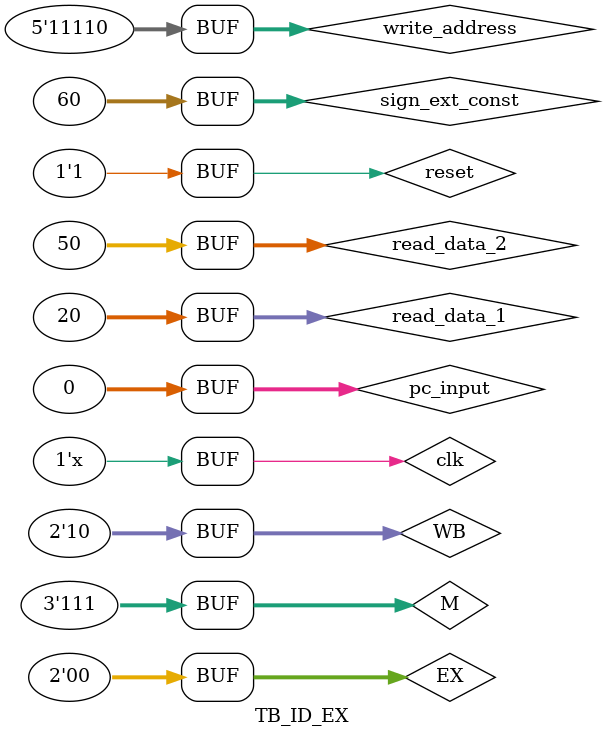
<source format=v>
`timescale 1ns / 1ps


module TB_ID_EX;

	// Inputs
	reg clk;
	reg reset;
	reg [31:0] pc_input;
	reg [31:0] read_data_1;
	reg [31:0] read_data_2;
	reg [31:0] sign_ext_const;
	reg [4:0] write_address;
	reg [0:1] WB;
	reg [0:2] M;
	reg [0:1] EX;

	// Outputs
	wire [166:0] ID_EX;

	// Instantiate the Unit Under Test (UUT)
	ID_EX_Register uut (
		.clk(clk), 
		.reset(reset), 
		.pc_input(pc_input), 
		.read_data_1(read_data_1), 
		.read_data_2(read_data_2), 
		.sign_ext_const(sign_ext_const), 
		.write_address(write_address), 
		.ID_EX(ID_EX), 
		.WB(WB), 
		.M(M), 
		.EX(EX)
	);
	always #100 clk=~clk;

	initial begin
		// Initialize Inputs
		clk = 0;
		reset = 1;
		pc_input = 0;
		read_data_1 = 0;
		read_data_2 = 0;
		sign_ext_const = 0;
		write_address = 0;
		WB = 0;
		M = 0;
		EX = 0;

		// Wait 100 ns for global reset to finish
		#100;
		
		pc_input = 0;
		read_data_1 = 20;
		read_data_2 = 50;
		sign_ext_const = 60;
		write_address = 30;
		WB = 10;
		M = 111;
		EX = 00;

		// Wait 100 ns for global reset to finish
		#100;
        
		// Add stimulus here

	end
      
endmodule


</source>
